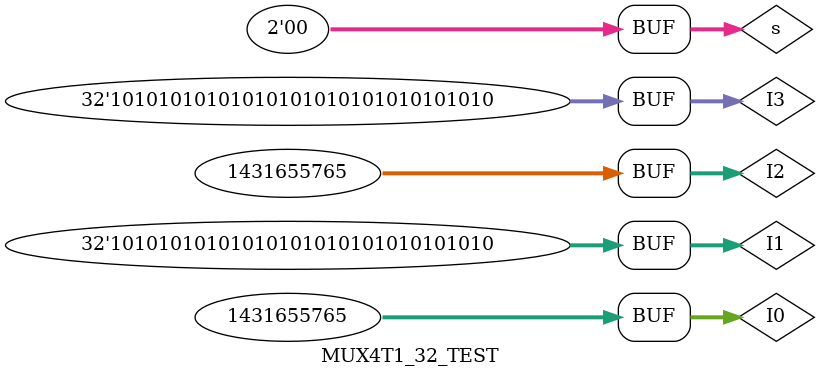
<source format=v>
`timescale 1ns / 1ps


module MUX4T1_32_TEST;

	// Inputs
	reg [31:0] I0;
	reg [31:0] I1;
	reg [31:0] I2;
	reg [31:0] I3;
	reg [1:0] s;

	// Outputs
	wire [31:0] o;

	// Instantiate the Unit Under Test (UUT)
	MUX4T1_32 uut (
		.I0(I0), 
		.I1(I1), 
		.I2(I2), 
		.I3(I3), 
		.s(s), 
		.o(o)
	);

	initial begin
      s = 0;
		I0 = 0;
		I1 = 1;
		I2 = 2;
		I3 = 3;
		#50;
		s = 0;
		#50;
		s = 1;
		#50;
		s = 2;
		#50;
		s = 3;
		#50;
		I0 = 32'h55555555;
		I1 = 32'hAAAAAAAA;
		I2 = 32'h55555555;
		I3 = 32'hAAAAAAAA;
		#50;
		s = 0;
		#50;
		s = 1;
		#50;
		s = 2;
		#50;
		s = 3;
		#50;
		s = 0;
		#50;
	end
      
endmodule


</source>
